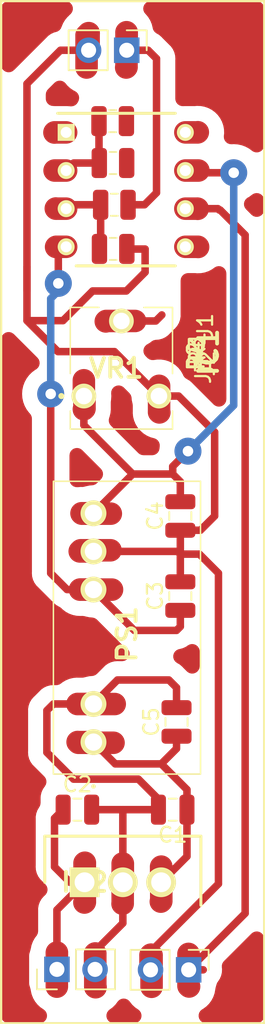
<source format=kicad_pcb>
(kicad_pcb (version 20221018) (generator pcbnew)
  (layers (0 "F.Cu" signal) (31 "B.Cu" signal) (34 "B.Paste" user) (35 "F.Paste" user) (36 "B.SilkS" user "B.Silkscreen") (37 "F.SilkS" user "F.Silkscreen") (38 "B.Mask" user) (39 "F.Mask" user) (44 "Edge.Cuts" user))
  (net 0 "")
  (net 1 "unconnected-(IC1-OFFSET_N2-Pad8)")
  (net 2 "unconnected-(IC1-NC-Pad5)")
  (net 3 "unconnected-(IC1-OFF_SET_N1-Pad1)")
  (net 4 "Net-(IC1-IN+)")
  (net 5 "Net-(IC1-IN-)")
  (net 6 "V1")
  (net 7 "Gnd")
  (net 8 "V2")
  (net 9 "OUTPUT")
  (net 10 "Net-(IC2-OUTPUT)")
  (net 11 "Net-(IC2-GROUND)")
  (net 12 "Net-(IC2-INPUT)")
  (net 13 "Net-(IC1-VCC-)")
  (net 14 "Net-(IC1-VCC+)")
  (footprint "Capacitor_SMD:C_0805_2012Metric" (layer "F.Cu") (at 123.952 141.224 90)
    (fp_text reference "C5" (at 0 -1.68 90) (layer "F.SilkS"))
    (fp_text value "C")
    (fp_line (start -0.261252 -0.735) (end 0.261252 -0.735) (stroke (width 0.12)) (layer "F.SilkS"))
    (fp_line (start -0.261252 0.735) (end 0.261252 0.735) (stroke (width 0.12)) (layer "F.SilkS"))
    (pad "1" smd roundrect (at -0.95 0 90) (size 1 2) (layers "F.Cu" "F.Paste" "F.Mask") (net 10 "Net-(IC2-OUTPUT)"))
    (pad "2" smd roundrect (at 0.95 0 90) (size 1 2) (layers "F.Cu" "F.Paste" "F.Mask") (net 11 "Net-(IC2-GROUND)"))
  )
  (footprint "Resistor_SMD:R_0805_2012Metric" (layer "F.Cu") (at 119.81 106.78 180)
    (fp_text reference "R2" (at -5.38 -10.08 90) (layer "F.SilkS"))
    (fp_text value "R")
    (fp_line (start -0.227064 -0.735) (end 0.227064 -0.735) (stroke (width 0.12)) (layer "F.SilkS"))
    (fp_line (start -0.227064 0.735) (end 0.227064 0.735) (stroke (width 0.12)) (layer "F.SilkS"))
    (pad "1" smd roundrect (at -0.9125 0 180) (size 1.025 2) (layers "F.Cu" "F.Paste" "F.Mask") (roundrect_rratio 0.243902) (net 6 "V1"))
    (pad "2" smd roundrect (at 0.9125 0 180) (size 1.025 2) (layers "F.Cu" "F.Paste" "F.Mask") (roundrect_rratio 0.243902) (net 4 "Net-(IC1-IN+)"))
  )
  (footprint "Resistor_SMD:R_0805_2012Metric" (layer "F.Cu") (at 119.72 104 180)
    (fp_text reference "R3" (at -5.6 -12.51 90) (layer "F.SilkS"))
    (fp_text value "R")
    (fp_line (start -0.227064 -0.735) (end 0.227064 -0.735) (stroke (width 0.12)) (layer "F.SilkS"))
    (fp_line (start -0.227064 0.735) (end 0.227064 0.735) (stroke (width 0.12)) (layer "F.SilkS"))
    (pad "1" smd roundrect (at -0.9125 0 180) (size 1.025 2) (layers "F.Cu" "F.Paste" "F.Mask") (roundrect_rratio 0.243902) (net 9 "OUTPUT"))
    (pad "2" smd roundrect (at 0.9125 0 180) (size 1.025 2) (layers "F.Cu" "F.Paste" "F.Mask") (roundrect_rratio 0.243902) (net 5 "Net-(IC1-IN-)"))
  )
  (footprint "Resistor_SMD:R_0805_2012Metric" (layer "F.Cu") (at 119.73 109.72)
    (fp_text reference "R4" (at 5.57 7.09 90) (layer "F.SilkS"))
    (fp_text value "R")
    (fp_line (start -0.227064 -0.735) (end 0.227064 -0.735) (stroke (width 0.12)) (layer "F.SilkS"))
    (fp_line (start -0.227064 0.735) (end 0.227064 0.735) (stroke (width 0.12)) (layer "F.SilkS"))
    (pad "1" smd roundrect (at -0.9125 0) (size 1.025 2) (layers "F.Cu" "F.Paste" "F.Mask") (roundrect_rratio 0.243902) (net 4 "Net-(IC1-IN+)"))
    (pad "2" smd roundrect (at 0.9125 0) (size 1.025 2) (layers "F.Cu" "F.Paste" "F.Mask") (roundrect_rratio 0.243902) (net 7 "Gnd"))
  )
  (footprint "SamacSys_Parts:MGJ2D151505SC" (layer "F.Cu") (at 118.42 142.567 90)
    (fp_text reference "PS1" (at 7.185 2.23 90) (layer "F.SilkS") (effects (font (size 1.27 1.27) (thickness 0.254))))
    (fp_text value "MGJ2D151505SC" hide)
    (fp_line (start -3 0) (end -3 0) (stroke (width 0.2)) (layer "F.SilkS"))
    (fp_line (start -3 0) (end -3 0) (stroke (width 0.2)) (layer "F.SilkS"))
    (fp_line (start -2.9 0) (end -2.9 0) (stroke (width 0.2)) (layer "F.SilkS"))
    (fp_line (start -2.13 -2.67) (end 17.37 -2.67) (stroke (width 0.1)) (layer "F.SilkS"))
    (fp_line (start -2.13 7.13) (end -2.13 -2.67) (stroke (width 0.1)) (layer "F.SilkS"))
    (fp_line (start 17.37 -2.67) (end 17.37 7.13) (stroke (width 0.1)) (layer "F.SilkS"))
    (fp_line (start 17.37 7.13) (end -2.13 7.13) (stroke (width 0.1)) (layer "F.SilkS"))
    (fp_arc (start -3 0) (mid -2.95 -0.05) (end -2.9 0) (stroke (width 0.2)) (layer "F.SilkS"))
    (fp_arc (start -2.9 0) (mid -2.95 0.05) (end -3 0) (stroke (width 0.2)) (layer "F.SilkS"))
    (fp_arc (start -2.9 0) (mid -2.95 0.05) (end -3 0) (stroke (width 0.2)) (layer "F.SilkS"))
    (pad "1" thru_hole circle (at 0 0 180) (size 1.725 1.725) (drill 1.15) (layers "*.Cu" "*.Mask" "F.SilkS") (net 10 "Net-(IC2-OUTPUT)"))
    (pad "2" thru_hole circle (at 2.54 0 180) (size 1.725 1.725) (drill 1.15) (layers "*.Cu" "*.Mask" "F.SilkS") (net 11 "Net-(IC2-GROUND)"))
    (pad "5" thru_hole circle (at 10.16 0 180) (size 1.725 1.725) (drill 1.15) (layers "*.Cu" "*.Mask" "F.SilkS") (net 13 "Net-(IC1-VCC-)"))
    (pad "6" thru_hole circle (at 12.7 0 180) (size 1.725 1.725) (drill 1.15) (layers "*.Cu" "*.Mask" "F.SilkS") (net 7 "Gnd"))
    (pad "7" thru_hole circle (at 15.24 0 180) (size 1.725 1.725) (drill 1.15) (layers "*.Cu" "*.Mask" "F.SilkS") (net 14 "Net-(IC1-VCC+)"))
  )
  (footprint "SamacSys_Parts:TO255P460X1020X2008-3P" (layer "F.Cu") (at 117.826 151.902)
    (fp_text reference "IC2" (at 0 0) (layer "F.SilkS") (effects (font (size 1.27 1.27) (thickness 0.254))))
    (fp_text value "L7805CV" hide)
    (fp_line (start -2.65 -3.07) (end -2.65 0) (stroke (width 0.2)) (layer "F.SilkS"))
    (fp_line (start 7.75 -3.07) (end -2.65 -3.07) (stroke (width 0.2)) (layer "F.SilkS"))
    (fp_line (start 7.75 1.53) (end 7.75 -3.07) (stroke (width 0.2)) (layer "F.SilkS"))
    (pad "1" thru_hole rect (at 0 0 90) (size 1.98 1.98) (drill 1.32) (layers "*.Cu" "*.Mask" "F.SilkS") (net 12 "Net-(IC2-INPUT)"))
    (pad "2" thru_hole circle (at 2.55 0 90) (size 1.98 1.98) (drill 1.32) (layers "*.Cu" "*.Mask" "F.SilkS") (net 11 "Net-(IC2-GROUND)"))
    (pad "3" thru_hole circle (at 5.1 0 90) (size 1.98 1.98) (drill 1.32) (layers "*.Cu" "*.Mask" "F.SilkS") (net 10 "Net-(IC2-OUTPUT)"))
  )
  (footprint "Capacitor_SMD:C_0805_2012Metric" (layer "F.Cu") (at 124.206 132.842 90)
    (fp_text reference "C3" (at 0 -1.68 90) (layer "F.SilkS"))
    (fp_text value "C")
    (fp_line (start -0.261252 -0.735) (end 0.261252 -0.735) (stroke (width 0.12)) (layer "F.SilkS"))
    (fp_line (start -0.261252 0.735) (end 0.261252 0.735) (stroke (width 0.12)) (layer "F.SilkS"))
    (pad "1" smd roundrect (at -0.95 0 90) (size 1 2) (layers "F.Cu" "F.Paste" "F.Mask") (net 13 "Net-(IC1-VCC-)"))
    (pad "2" smd roundrect (at 0.95 0 90) (size 1 2) (layers "F.Cu" "F.Paste" "F.Mask") (net 7 "Gnd"))
  )
  (footprint "SamacSys_Parts:DIP794W53P254L959H508Q8N" (layer "F.Cu") (at 120.57 105.77)
    (fp_text reference "IC1" (at 5.51 10.83 90) (layer "F.SilkS") (effects (font (size 1.27 1.27) (thickness 0.254))))
    (fp_text value "OP07CP" hide)
    (fp_line (start -4.535 -5.08) (end 3.3 -5.08) (stroke (width 0.2)) (layer "F.SilkS"))
    (fp_line (start -3.3 5.08) (end 3.3 5.08) (stroke (width 0.2)) (layer "F.SilkS"))
    (pad "1" thru_hole rect (at -3.97 -3.81 90) (size 1.13 1.13) (drill 0.73) (layers "*.Cu" "*.Mask" "F.SilkS") (net 3 "unconnected-(IC1-OFF_SET_N1-Pad1)"))
    (pad "2" thru_hole circle (at -3.97 -1.27 90) (size 1.13 1.13) (drill 0.73) (layers "*.Cu" "*.Mask" "F.SilkS") (net 5 "Net-(IC1-IN-)"))
    (pad "3" thru_hole circle (at -3.97 1.27 90) (size 1.13 1.13) (drill 0.73) (layers "*.Cu" "*.Mask" "F.SilkS") (net 4 "Net-(IC1-IN+)"))
    (pad "4" thru_hole circle (at -3.97 3.81 90) (size 1.13 1.13) (drill 0.73) (layers "*.Cu" "*.Mask" "F.SilkS") (net 13 "Net-(IC1-VCC-)"))
    (pad "5" thru_hole circle (at 3.97 3.81 90) (size 1.13 1.13) (drill 0.73) (layers "*.Cu" "*.Mask" "F.SilkS") (net 2 "unconnected-(IC1-NC-Pad5)"))
    (pad "6" thru_hole circle (at 3.97 1.27 90) (size 1.13 1.13) (drill 0.73) (layers "*.Cu" "*.Mask" "F.SilkS") (net 9 "OUTPUT"))
    (pad "7" thru_hole circle (at 3.97 -1.27 90) (size 1.13 1.13) (drill 0.73) (layers "*.Cu" "*.Mask" "F.SilkS") (net 14 "Net-(IC1-VCC+)"))
    (pad "8" thru_hole circle (at 3.97 -3.81 90) (size 1.13 1.13) (drill 0.73) (layers "*.Cu" "*.Mask" "F.SilkS") (net 1 "unconnected-(IC1-OFFSET_N2-Pad8)"))
  )
  (footprint "Resistor_SMD:R_0805_2012Metric" (layer "F.Cu") (at 119.7 101.21 180)
    (fp_text reference "R1" (at -5.66 -15 90) (layer "F.SilkS"))
    (fp_text value "R")
    (fp_line (start -0.227064 -0.735) (end 0.227064 -0.735) (stroke (width 0.12)) (layer "F.SilkS"))
    (fp_line (start -0.227064 0.735) (end 0.227064 0.735) (stroke (width 0.12)) (layer "F.SilkS"))
    (pad "1" smd roundrect (at -0.9125 0 180) (size 1.025 2) (layers "F.Cu" "F.Paste" "F.Mask") (roundrect_rratio 0.243902) (net 8 "V2"))
    (pad "2" smd roundrect (at 0.9125 0 180) (size 1.025 2) (layers "F.Cu" "F.Paste" "F.Mask") (roundrect_rratio 0.243902) (net 5 "Net-(IC1-IN-)"))
  )
  (footprint "Capacitor_SMD:C_0805_2012Metric" (layer "F.Cu") (at 123.698 147.066 180)
    (fp_text reference "C1" (at 0 -1.68) (layer "F.SilkS"))
    (fp_text value "C")
    (fp_line (start -0.261252 -0.735) (end 0.261252 -0.735) (stroke (width 0.12)) (layer "F.SilkS"))
    (fp_line (start -0.261252 0.735) (end 0.261252 0.735) (stroke (width 0.12)) (layer "F.SilkS"))
    (pad "1" smd roundrect (at -0.95 0 180) (size 1 2) (layers "F.Cu" "F.Paste" "F.Mask") (net 10 "Net-(IC2-OUTPUT)"))
    (pad "2" smd roundrect (at 0.95 0 180) (size 1 2) (layers "F.Cu" "F.Paste" "F.Mask") (net 11 "Net-(IC2-GROUND)"))
  )
  (footprint "Capacitor_SMD:C_0805_2012Metric" (layer "F.Cu") (at 117.348 147.066)
    (fp_text reference "C2" (at 0 -1.68) (layer "F.SilkS"))
    (fp_text value "C")
    (fp_line (start -0.261252 -0.735) (end 0.261252 -0.735) (stroke (width 0.12)) (layer "F.SilkS"))
    (fp_line (start -0.261252 0.735) (end 0.261252 0.735) (stroke (width 0.12)) (layer "F.SilkS"))
    (pad "1" smd roundrect (at -0.95 0) (size 1 2) (layers "F.Cu" "F.Paste" "F.Mask") (net 12 "Net-(IC2-INPUT)"))
    (pad "2" smd roundrect (at 0.95 0) (size 1 2) (layers "F.Cu" "F.Paste" "F.Mask") (net 11 "Net-(IC2-GROUND)"))
  )
  (footprint "Connector_PinHeader_2.54mm:PinHeader_1x02_P2.54mm_Vertical" (layer "F.Cu") (at 124.76 157.734 -90)
    (fp_text reference "J3" (at -39.878 -0.97 -90) (layer "F.SilkS"))
    (fp_text value "output")
    (fp_line (start -1.33 -1.33) (end 0 -1.33) (stroke (width 0.12)) (layer "F.SilkS"))
    (fp_line (start -1.33 0) (end -1.33 -1.33) (stroke (width 0.12)) (layer "F.SilkS"))
    (fp_line (start -1.33 1.27) (end -1.33 3.87) (stroke (width 0.12)) (layer "F.SilkS"))
    (fp_line (start -1.33 1.27) (end 1.33 1.27) (stroke (width 0.12)) (layer "F.SilkS"))
    (fp_line (start -1.33 3.87) (end 1.33 3.87) (stroke (width 0.12)) (layer "F.SilkS"))
    (fp_line (start 1.33 1.27) (end 1.33 3.87) (stroke (width 0.12)) (layer "F.SilkS"))
    (pad "1" thru_hole rect (at 0 0 270) (size 1.7 1.7) (drill 1) (layers "*.Cu" "*.Mask") (net 9 "OUTPUT"))
    (pad "2" thru_hole oval (at 0 2.54 270) (size 1.7 1.7) (drill 1) (layers "*.Cu" "*.Mask") (net 7 "Gnd"))
  )
  (footprint "Connector_PinHeader_2.54mm:PinHeader_1x02_P2.54mm_Vertical" (layer "F.Cu") (at 115.985 157.704 90)
    (fp_text reference "J2" (at 40.356 9.999 90) (layer "F.SilkS"))
    (fp_text value "input v2")
    (fp_line (start -1.33 -1.33) (end 0 -1.33) (stroke (width 0.12)) (layer "F.SilkS"))
    (fp_line (start -1.33 0) (end -1.33 -1.33) (stroke (width 0.12)) (layer "F.SilkS"))
    (fp_line (start -1.33 1.27) (end -1.33 3.87) (stroke (width 0.12)) (layer "F.SilkS"))
    (fp_line (start -1.33 1.27) (end 1.33 1.27) (stroke (width 0.12)) (layer "F.SilkS"))
    (fp_line (start -1.33 3.87) (end 1.33 3.87) (stroke (width 0.12)) (layer "F.SilkS"))
    (fp_line (start 1.33 1.27) (end 1.33 3.87) (stroke (width 0.12)) (layer "F.SilkS"))
    (pad "1" thru_hole rect (at 0 0 90) (size 1.7 1.7) (drill 1) (layers "*.Cu" "*.Mask") (net 12 "Net-(IC2-INPUT)"))
    (pad "2" thru_hole oval (at 0 2.54 90) (size 1.7 1.7) (drill 1) (layers "*.Cu" "*.Mask") (net 11 "Net-(IC2-GROUND)"))
  )
  (footprint "Capacitor_SMD:C_0805_2012Metric" (layer "F.Cu") (at 124.206 127.508 90)
    (fp_text reference "C4" (at 0 -1.68 90) (layer "F.SilkS"))
    (fp_text value "C")
    (fp_line (start -0.261252 -0.735) (end 0.261252 -0.735) (stroke (width 0.12)) (layer "F.SilkS"))
    (fp_line (start -0.261252 0.735) (end 0.261252 0.735) (stroke (width 0.12)) (layer "F.SilkS"))
    (pad "1" smd roundrect (at -0.95 0 90) (size 1 2) (layers "F.Cu" "F.Paste" "F.Mask") (net 7 "Gnd"))
    (pad "2" smd roundrect (at 0.95 0 90) (size 1 2) (layers "F.Cu" "F.Paste" "F.Mask") (net 14 "Net-(IC1-VCC+)"))
  )
  (footprint "SamacSys_Parts:3306P1105" (layer "F.Cu") (at 117.78 119.52)
    (fp_text reference "VR1" (at 2.153 -1.853) (layer "F.SilkS") (effects (font (size 1.27 1.27) (thickness 0.254))))
    (fp_text value "3306P-1-105" hide)
    (fp_line (start -1.5 -0.1) (end -1.5 -0.1) (stroke (width 0.2)) (layer "F.SilkS"))
    (fp_line (start -1.5 0.1) (end -1.5 0.1) (stroke (width 0.2)) (layer "F.SilkS"))
    (fp_line (start -0.905 -5.905) (end 1 -5.905) (stroke (width 0.1)) (layer "F.SilkS"))
    (fp_line (start -0.905 -1.5) (end -0.905 -5.905) (stroke (width 0.1)) (layer "F.SilkS"))
    (fp_line (start -0.905 1) (end -0.905 2.2) (stroke (width 0.1)) (layer "F.SilkS"))
    (fp_line (start -0.905 2.2) (end 5.905 2.2) (stroke (width 0.1)) (layer "F.SilkS"))
    (fp_line (start 5.905 -5.9) (end 4 -5.9) (stroke (width 0.1)) (layer "F.SilkS"))
    (fp_line (start 5.905 -1.5) (end 5.905 -5.9) (stroke (width 0.1)) (layer "F.SilkS"))
    (fp_line (start 5.905 2.2) (end 5.905 1) (stroke (width 0.1)) (layer "F.SilkS"))
    (fp_arc (start -1.5 -0.1) (mid -1.4 0) (end -1.5 0.1) (stroke (width 0.2)) (layer "F.SilkS"))
    (fp_arc (start -1.5 0.1) (mid -1.6 0) (end -1.5 -0.1) (stroke (width 0.2)) (layer "F.SilkS"))
    (pad "1" thru_hole circle (at 0 0 90) (size 1.65 1.65) (drill 1.1) (layers "*.Cu" "*.Mask" "F.SilkS") (net 14 "Net-(IC1-VCC+)"))
    (pad "2" thru_hole circle (at 2.5 -5 90) (size 1.65 1.65) (drill 1.1) (layers "*.Cu" "*.Mask" "F.SilkS") (net 8 "V2"))
    (pad "3" thru_hole circle (at 5 0 90) (size 1.65 1.65) (drill 1.1) (layers "*.Cu" "*.Mask" "F.SilkS") (net 7 "Gnd"))
  )
  (footprint "Connector_PinHeader_2.54mm:PinHeader_1x02_P2.54mm_Vertical" (layer "F.Cu") (at 120.635 96.49 -90)
    (fp_text reference "J1" (at 18.37 -5.23 -90) (layer "F.SilkS"))
    (fp_text value "input v1")
    (fp_line (start -1.33 -1.33) (end 0 -1.33) (stroke (width 0.12)) (layer "F.SilkS"))
    (fp_line (start -1.33 0) (end -1.33 -1.33) (stroke (width 0.12)) (layer "F.SilkS"))
    (fp_line (start -1.33 1.27) (end -1.33 3.87) (stroke (width 0.12)) (layer "F.SilkS"))
    (fp_line (start -1.33 1.27) (end 1.33 1.27) (stroke (width 0.12)) (layer "F.SilkS"))
    (fp_line (start -1.33 3.87) (end 1.33 3.87) (stroke (width 0.12)) (layer "F.SilkS"))
    (fp_line (start 1.33 1.27) (end 1.33 3.87) (stroke (width 0.12)) (layer "F.SilkS"))
    (pad "1" thru_hole rect (at 0 0 270) (size 1.7 1.7) (drill 1) (layers "*.Cu" "*.Mask") (net 6 "V1"))
    (pad "2" thru_hole oval (at 0 2.54 270) (size 1.7 1.7) (drill 1) (layers "*.Cu" "*.Mask") (net 7 "Gnd"))
  )
  (gr_rect (start 112.268 93.218) (end 129.794 161.29) (stroke (width 0.15)) (fill none) (layer "F.SilkS"))
  (segment (start 125.36 101.96) (end 125.37 101.95) (width 1.5) (layer "F.Cu") (net 1))
  (segment (start 124.54 101.96) (end 125.36 101.96) (width 1.5) (layer "F.Cu") (net 1))
  (segment (start 125.38 109.58) (end 125.39 109.59) (width 1.5) (layer "F.Cu") (net 2))
  (segment (start 124.54 109.58) (end 125.38 109.58) (width 1.5) (layer "F.Cu") (net 2))
  (segment (start 115.83 101.96) (end 115.82 101.97) (width 1.5) (layer "F.Cu") (net 3))
  (segment (start 116.6 101.96) (end 115.83 101.96) (width 1.5) (layer "F.Cu") (net 3))
  (segment (start 118.8975 106.78) (end 118.7975 106.88) (width 0.25) (layer "F.Cu") (net 4))
  (segment (start 116.86 106.78) (end 116.6 107.04) (width 0.5) (layer "F.Cu") (net 4))
  (segment (start 118.8975 109.64) (end 118.8175 109.72) (width 0.5) (layer "F.Cu") (net 4))
  (segment (start 115.92 107.04) (end 115.91 107.03) (width 1.5) (layer "F.Cu") (net 4))
  (segment (start 118.8175 106.86) (end 118.8975 106.78) (width 0.25) (layer "F.Cu") (net 4))
  (segment (start 118.8975 106.78) (end 116.86 106.78) (width 0.5) (layer "F.Cu") (net 4))
  (segment (start 116.6 107.04) (end 115.92 107.04) (width 1.5) (layer "F.Cu") (net 4))
  (segment (start 118.8975 106.78) (end 118.8975 109.64) (width 0.5) (layer "F.Cu") (net 4))
  (segment (start 118.8075 104) (end 117.1 104) (width 0.5) (layer "F.Cu") (net 5))
  (segment (start 117.1 104) (end 116.6 104.5) (width 0.5) (layer "F.Cu") (net 5))
  (segment (start 118.8075 104) (end 118.4675 104.34) (width 0.25) (layer "F.Cu") (net 5))
  (segment (start 118.7875 101.21) (end 118.7875 103.98) (width 0.5) (layer "F.Cu") (net 5))
  (segment (start 116.6 104.5) (end 115.83 104.5) (width 1.5) (layer "F.Cu") (net 5))
  (segment (start 118.7875 103.98) (end 118.8075 104) (width 0.5) (layer "F.Cu") (net 5))
  (segment (start 118.7875 101.21) (end 118.8075 101.23) (width 0.25) (layer "F.Cu") (net 5))
  (segment (start 120.635 95.305) (end 120.62 95.29) (width 1.5) (layer "F.Cu") (net 6))
  (segment (start 121.82 106.78) (end 120.7225 106.78) (width 0.5) (layer "F.Cu") (net 6))
  (segment (start 120.635 96.49) (end 120.635 95.305) (width 1.5) (layer "F.Cu") (net 6))
  (segment (start 120.62 97.62) (end 120.6 97.64) (width 1.5) (layer "F.Cu") (net 6))
  (segment (start 120.8825 106.94) (end 120.7225 106.78) (width 0.5) (layer "F.Cu") (net 6))
  (segment (start 122.62 97.05) (end 122.62 105.98) (width 0.5) (layer "F.Cu") (net 6))
  (segment (start 120.635 96.49) (end 122.06 96.49) (width 0.5) (layer "F.Cu") (net 6))
  (segment (start 122.06 96.49) (end 122.62 97.05) (width 0.5) (layer "F.Cu") (net 6))
  (segment (start 120.62 95.29) (end 120.62 97.62) (width 1.5) (layer "F.Cu") (net 6))
  (segment (start 122.62 105.98) (end 121.82 106.78) (width 0.5) (layer "F.Cu") (net 6))
  (segment (start 116.388 114.498) (end 118.364 112.522) (width 0.5) (layer "F.Cu") (net 7))
  (segment (start 121.86 111.27) (end 121.86 109.73) (width 0.5) (layer "F.Cu") (net 7))
  (segment (start 119.82 116.56) (end 116.052 116.56) (width 0.5) (layer "F.Cu") (net 7))
  (segment (start 116.052 116.56) (end 113.99 114.498) (width 0.5) (layer "F.Cu") (net 7))
  (segment (start 117.96 95.49) (end 117.96 97.64) (width 1.5) (layer "F.Cu") (net 7))
  (segment (start 118.42 129.867) (end 117.51 129.867) (width 1.5) (layer "F.Cu") (net 7))
  (segment (start 126.746 131.318) (end 126.746 152.005919) (width 0.5) (layer "F.Cu") (net 7))
  (segment (start 113.99 110.91) (end 113.99 98.72) (width 0.5) (layer "F.Cu") (net 7))
  (segment (start 120.6525 109.73) (end 120.6425 109.72) (width 0.5) (layer "F.Cu") (net 7))
  (segment (start 124.092 119.52) (end 122.78 119.52) (width 0.5) (layer "F.Cu") (net 7))
  (segment (start 117.575 129.792) (end 119.555 129.792) (width 1.5) (layer "F.Cu") (net 7))
  (segment (start 124.206 130.048) (end 125.476 130.048) (width 0.5) (layer "F.Cu") (net 7))
  (segment (start 122.22 156.754) (end 122.25 156.724) (width 1.5) (layer "F.Cu") (net 7))
  (segment (start 120.6425 109.897449) (end 120.63 109.909949) (width 0.5) (layer "F.Cu") (net 7))
  (segment (start 126.492 121.92) (end 124.092 119.52) (width 0.5) (layer "F.Cu") (net 7))
  (segment (start 122.22 157.734) (end 122.22 156.754) (width 1.5) (layer "F.Cu") (net 7))
  (segment (start 125.542 128.458) (end 126.492 127.508) (width 0.5) (layer "F.Cu") (net 7))
  (segment (start 124.206 130.048) (end 124.025 129.867) (width 0.5) (layer "F.Cu") (net 7))
  (segment (start 124.206 128.458) (end 125.542 128.458) (width 0.5) (layer "F.Cu") (net 7))
  (segment (start 122.78 119.52) (end 122.79 119.51) (width 1.5) (layer "F.Cu") (net 7))
  (segment (start 122.22 156.531919) (end 124.319919 154.432) (width 0.5) (layer "F.Cu") (net 7))
  (segment (start 122.79 120.59) (end 122.81 120.61) (width 1.5) (layer "F.Cu") (net 7))
  (segment (start 126.492 127.508) (end 126.492 121.92) (width 0.5) (layer "F.Cu") (net 7))
  (segment (start 113.99 110.91) (end 113.99 112.522) (width 0.5) (layer "F.Cu") (net 7))
  (segment (start 118.095 95.355) (end 118.1 95.35) (width 1.5) (layer "F.Cu") (net 7))
  (segment (start 118.095 96.49) (end 118.095 95.355) (width 1.5) (layer "F.Cu") (net 7))
  (segment (start 124.025 129.867) (end 118.42 129.867) (width 0.5) (layer "F.Cu") (net 7))
  (segment (start 121.86 109.73) (end 120.6525 109.73) (width 0.5) (layer "F.Cu") (net 7))
  (segment (start 117.505 129.862) (end 117.575 129.792) (width 1.5) (layer "F.Cu") (net 7))
  (segment (start 122.78 119.52) (end 119.82 116.56) (width 0.5) (layer "F.Cu") (net 7))
  (segment (start 126.746 152.005919) (end 124.319919 154.432) (width 0.5) (layer "F.Cu") (net 7))
  (segment (start 120.608 112.522) (end 121.86 111.27) (width 0.5) (layer "F.Cu") (net 7))
  (segment (start 113.99 98.72) (end 116.22 96.49) (width 0.5) (layer "F.Cu") (net 7))
  (segment (start 122.22 157.734) (end 122.22 156.531919) (width 0.5) (layer "F.Cu") (net 7))
  (segment (start 122.79 119.51) (end 122.79 118.84) (width 1.5) (layer "F.Cu") (net 7))
  (segment (start 113.99 114.498) (end 113.99 110.91) (width 0.5) (layer "F.Cu") (net 7))
  (segment (start 116.22 96.49) (end 118.095 96.49) (width 0.5) (layer "F.Cu") (net 7))
  (segment (start 117.51 129.867) (end 117.505 129.862) (width 1.5) (layer "F.Cu") (net 7))
  (segment (start 120.6425 109.72) (end 120.6425 109.897449) (width 0.5) (layer "F.Cu") (net 7))
  (segment (start 124.206 130.048) (end 124.206 128.458) (width 0.5) (layer "F.Cu") (net 7))
  (segment (start 118.364 112.522) (end 120.608 112.522) (width 0.5) (layer "F.Cu") (net 7))
  (segment (start 120.6 109.939949) (end 120.6425 109.897449) (width 0.5) (layer "F.Cu") (net 7))
  (segment (start 122.29 156.764) (end 122.29 158.864) (width 1.5) (layer "F.Cu") (net 7))
  (segment (start 118.1 95.35) (end 117.96 95.49) (width 1.5) (layer "F.Cu") (net 7))
  (segment (start 122.25 156.724) (end 122.29 156.764) (width 1.5) (layer "F.Cu") (net 7))
  (segment (start 125.476 130.048) (end 126.746 131.318) (width 0.5) (layer "F.Cu") (net 7))
  (segment (start 124.206 131.892) (end 124.206 130.048) (width 0.5) (layer "F.Cu") (net 7))
  (segment (start 122.19 157.704) (end 122.22 157.734) (width 0.5) (layer "F.Cu") (net 7))
  (segment (start 122.79 118.84) (end 122.79 120.59) (width 1.5) (layer "F.Cu") (net 7))
  (segment (start 113.99 114.498) (end 116.388 114.498) (width 0.5) (layer "F.Cu") (net 7))
  (segment (start 122.9725 114.1175) (end 122.57 114.52) (width 0.5) (layer "F.Cu") (net 8))
  (segment (start 120.28 114.52) (end 119.27 114.52) (width 1.5) (layer "F.Cu") (net 8))
  (segment (start 120.28 114.52) (end 121.19 114.52) (width 1.5) (layer "F.Cu") (net 8))
  (segment (start 119.27 114.52) (end 119.24 114.55) (width 1.5) (layer "F.Cu") (net 8))
  (segment (start 122.57 114.52) (end 121.19 114.52) (width 0.5) (layer "F.Cu") (net 8))
  (segment (start 124.76 157.734) (end 124.76 156.684) (width 1.5) (layer "F.Cu") (net 9))
  (segment (start 124.75 158.804) (end 124.79 158.844) (width 1.5) (layer "F.Cu") (net 9))
  (segment (start 124.76 156.684) (end 124.75 156.674) (width 1.5) (layer "F.Cu") (net 9))
  (segment (start 128.524 108.794) (end 128.524 153.97) (width 0.5) (layer "F.Cu") (net 9))
  (segment (start 124.75 156.674) (end 124.75 158.804) (width 1.5) (layer "F.Cu") (net 9))
  (segment (start 125.73 157.734) (end 124.76 157.734) (width 0.5) (layer "F.Cu") (net 9))
  (segment (start 124.54 107.04) (end 125.35 107.04) (width 1.5) (layer "F.Cu") (net 9))
  (segment (start 124.54 107.04) (end 126.71 107.04) (width 0.5) (layer "F.Cu") (net 9))
  (segment (start 128.524 153.97) (end 124.76 157.734) (width 0.5) (layer "F.Cu") (net 9))
  (segment (start 126.86 107.13) (end 128.524 108.794) (width 0.5) (layer "F.Cu") (net 9))
  (segment (start 126.71 107.04) (end 126.8 107.13) (width 0.5) (layer "F.Cu") (net 9))
  (segment (start 125.35 107.04) (end 125.36 107.05) (width 1.5) (layer "F.Cu") (net 9))
  (segment (start 126.8 107.13) (end 126.86 107.13) (width 0.5) (layer "F.Cu") (net 9))
  (segment (start 122.926 150.872) (end 122.936 150.862) (width 1.5) (layer "F.Cu") (net 10))
  (segment (start 122.926 151.902) (end 122.926 150.872) (width 1.5) (layer "F.Cu") (net 10))
  (segment (start 122.936 153.162) (end 122.906 153.192) (width 1.5) (layer "F.Cu") (net 10))
  (segment (start 117.365 142.562) (end 117.415 142.612) (width 1.5) (layer "F.Cu") (net 10))
  (segment (start 122.936 150.862) (end 122.936 153.162) (width 1.5) (layer "F.Cu") (net 10))
  (segment (start 124.648 150.18) (end 124.648 147.066) (width 0.5) (layer "F.Cu") (net 10))
  (segment (start 122.926 151.902) (end 124.648 150.18) (width 0.5) (layer "F.Cu") (net 10))
  (segment (start 124.648 147.066) (end 124.648 145.73) (width 0.5) (layer "F.Cu") (net 10))
  (segment (start 123.952 142.174) (end 123.952 143.002) (width 0.5) (layer "F.Cu") (net 10))
  (segment (start 119.871 144.018) (end 118.42 142.567) (width 0.5) (layer "F.Cu") (net 10))
  (segment (start 122.936 144.018) (end 119.871 144.018) (width 0.5) (layer "F.Cu") (net 10))
  (segment (start 117.37 142.567) (end 117.365 142.562) (width 1.5) (layer "F.Cu") (net 10))
  (segment (start 117.415 142.612) (end 119.755 142.612) (width 1.5) (layer "F.Cu") (net 10))
  (segment (start 123.952 143.002) (end 122.936 144.018) (width 0.5) (layer "F.Cu") (net 10))
  (segment (start 124.648 145.73) (end 122.936 144.018) (width 0.5) (layer "F.Cu") (net 10))
  (segment (start 118.42 142.567) (end 117.37 142.567) (width 1.5) (layer "F.Cu") (net 10))
  (segment (start 117.36 140.027) (end 117.355 140.032) (width 1.5) (layer "F.Cu") (net 11))
  (segment (start 120.366 153.322) (end 120.356 153.332) (width 1.5) (layer "F.Cu") (net 11))
  (segment (start 120.376 154.63) (end 120.376 151.902) (width 0.5) (layer "F.Cu") (net 11))
  (segment (start 115.316 140.462) (end 115.751 140.027) (width 0.5) (layer "F.Cu") (net 11))
  (segment (start 118.525 157.704) (end 118.525 156.659) (width 1.5) (layer "F.Cu") (net 11))
  (segment (start 118.298 147.066) (end 120.396 147.066) (width 0.5) (layer "F.Cu") (net 11))
  (segment (start 122.748 146.37) (end 121.412 145.034) (width 0.5) (layer "F.Cu") (net 11))
  (segment (start 117.355 140.032) (end 119.835 140.032) (width 1.5) (layer "F.Cu") (net 11))
  (segment (start 118.525 156.481) (end 120.376 154.63) (width 0.5) (layer "F.Cu") (net 11))
  (segment (start 123.444 138.43) (end 120.017 138.43) (width 0.5) (layer "F.Cu") (net 11))
  (segment (start 120.366 150.652) (end 120.366 153.322) (width 1.5) (layer "F.Cu") (net 11))
  (segment (start 118.54 158.874) (end 118.56 158.894) (width 1.5) (layer "F.Cu") (net 11))
  (segment (start 118.42 140.027) (end 117.36 140.027) (width 1.5) (layer "F.Cu") (net 11))
  (segment (start 120.396 147.066) (end 122.748 147.066) (width 0.5) (layer "F.Cu") (net 11))
  (segment (start 115.751 140.027) (end 118.42 140.027) (width 0.5) (layer "F.Cu") (net 11))
  (segment (start 120.017 138.43) (end 118.42 140.027) (width 0.5) (layer "F.Cu") (net 11))
  (segment (start 120.376 150.662) (end 120.366 150.652) (width 1.5) (layer "F.Cu") (net 11))
  (segment (start 121.412 145.034) (end 117.094 145.034) (width 0.5) (layer "F.Cu") (net 11))
  (segment (start 115.316 143.256) (end 115.316 140.462) (width 0.5) (layer "F.Cu") (net 11))
  (segment (start 122.748 147.066) (end 122.748 146.37) (width 0.5) (layer "F.Cu") (net 11))
  (segment (start 123.952 140.274) (end 123.952 138.938) (width 0.5) (layer "F.Cu") (net 11))
  (segment (start 120.376 151.902) (end 120.376 150.662) (width 1.5) (layer "F.Cu") (net 11))
  (segment (start 118.525 156.659) (end 118.54 156.644) (width 1.5) (layer "F.Cu") (net 11))
  (segment (start 120.376 147.086) (end 120.396 147.066) (width 0.5) (layer "F.Cu") (net 11))
  (segment (start 118.54 156.644) (end 118.54 158.874) (width 1.5) (layer "F.Cu") (net 11))
  (segment (start 123.952 138.938) (end 123.444 138.43) (width 0.5) (layer "F.Cu") (net 11))
  (segment (start 118.525 157.704) (end 118.525 156.481) (width 0.5) (layer "F.Cu") (net 11))
  (segment (start 117.094 145.034) (end 115.316 143.256) (width 0.5) (layer "F.Cu") (net 11))
  (segment (start 120.376 151.902) (end 120.376 147.086) (width 0.5) (layer "F.Cu") (net 11))
  (segment (start 115.824 147.64) (end 116.398 147.066) (width 0.5) (layer "F.Cu") (net 12))
  (segment (start 117.826 151.902) (end 117.826 150.622) (width 1.5) (layer "F.Cu") (net 12))
  (segment (start 116.85 151.902) (end 115.824 150.876) (width 0.5) (layer "F.Cu") (net 12))
  (segment (start 115.824 150.876) (end 115.824 147.64) (width 0.5) (layer "F.Cu") (net 12))
  (segment (start 115.98 156.584) (end 115.98 158.854) (width 1.5) (layer "F.Cu") (net 12))
  (segment (start 117.826 151.902) (end 116.85 151.902) (width 0.5) (layer "F.Cu") (net 12))
  (segment (start 117.826 151.902) (end 115.985 153.743) (width 0.5) (layer "F.Cu") (net 12))
  (segment (start 115.985 156.589) (end 115.98 156.584) (width 1.5) (layer "F.Cu") (net 12))
  (segment (start 117.826 150.622) (end 117.846 150.602) (width 1.5) (layer "F.Cu") (net 12))
  (segment (start 115.985 157.704) (end 115.985 156.589) (width 1.5) (layer "F.Cu") (net 12))
  (segment (start 117.846 150.602) (end 117.846 153.222) (width 1.5) (layer "F.Cu") (net 12))
  (segment (start 117.846 153.222) (end 117.816 153.252) (width 1.5) (layer "F.Cu") (net 12))
  (segment (start 115.985 153.743) (end 115.985 157.704) (width 0.5) (layer "F.Cu") (net 12))
  (segment (start 118.42 132.407) (end 117.53 132.407) (width 1.5) (layer "F.Cu") (net 13))
  (segment (start 123.952 135.128) (end 121.141 135.128) (width 0.5) (layer "F.Cu") (net 13))
  (segment (start 124.206 133.792) (end 124.206 134.874) (width 0.5) (layer "F.Cu") (net 13))
  (segment (start 121.141 135.128) (end 118.42 132.407) (width 0.5) (layer "F.Cu") (net 13))
  (segment (start 115.57 131.318) (end 115.57 119.38) (width 0.5) (layer "F.Cu") (net 13))
  (segment (start 116.078 112.014) (end 116.078 110.102) (width 0.5) (layer "F.Cu") (net 13))
  (segment (start 118.42 132.407) (end 116.659 132.407) (width 0.5) (layer "F.Cu") (net 13))
  (segment (start 115.94 109.58) (end 115.93 109.59) (width 1.5) (layer "F.Cu") (net 13))
  (segment (start 124.206 134.874) (end 123.952 135.128) (width 0.5) (layer "F.Cu") (net 13))
  (segment (start 116.6 109.58) (end 115.94 109.58) (width 1.5) (layer "F.Cu") (net 13))
  (segment (start 117.525 132.412) (end 119.655 132.412) (width 1.5) (layer "F.Cu") (net 13))
  (segment (start 116.659 132.407) (end 115.57 131.318) (width 0.5) (layer "F.Cu") (net 13))
  (segment (start 116.078 110.102) (end 116.6 109.58) (width 0.5) (layer "F.Cu") (net 13))
  (segment (start 117.53 132.407) (end 117.525 132.412) (width 1.5) (layer "F.Cu") (net 13))
  (via (at 116.078 112.014) (size 1.8) (drill 0.7) (layers "F.Cu" "B.Cu") (net 13))
  (via (at 115.57 119.38) (size 1.8) (drill 0.7) (layers "F.Cu" "B.Cu") (net 13))
  (segment (start 116.078 112.522) (end 116.078 112.014) (width 0.5) (layer "B.Cu") (net 13))
  (segment (start 115.57 119.38) (end 115.57 113.03) (width 0.5) (layer "B.Cu") (net 13))
  (segment (start 115.57 113.03) (end 116.078 112.522) (width 0.5) (layer "B.Cu") (net 13))
  (segment (start 117.78 119.52) (end 117.78 118.47) (width 1.5) (layer "F.Cu") (net 14))
  (segment (start 121.033 124.714) (end 118.42 127.327) (width 0.5) (layer "F.Cu") (net 14))
  (segment (start 124.206 126.558) (end 124.206 125.222) (width 0.5) (layer "F.Cu") (net 14))
  (segment (start 117.78 121.461) (end 117.78 119.52) (width 0.5) (layer "F.Cu") (net 14))
  (segment (start 124.206 125.222) (end 123.698 124.714) (width 0.5) (layer "F.Cu") (net 14))
  (segment (start 117.63 127.327) (end 117.625 127.332) (width 1.5) (layer "F.Cu") (net 14))
  (segment (start 124.54 104.5) (end 125.41 104.5) (width 1.5) (layer "F.Cu") (net 14))
  (segment (start 123.698 124.714) (end 123.698 124.206) (width 0.5) (layer "F.Cu") (net 14))
  (segment (start 117.82 120.36) (end 117.78 120.4) (width 1.5) (layer "F.Cu") (net 14))
  (segment (start 117.625 127.332) (end 117.645 127.352) (width 1.5) (layer "F.Cu") (net 14))
  (segment (start 121.033 124.714) (end 117.78 121.461) (width 0.5) (layer "F.Cu") (net 14))
  (segment (start 123.698 124.206) (end 124.714 123.19) (width 0.5) (layer "F.Cu") (net 14))
  (segment (start 118.42 127.327) (end 117.63 127.327) (width 1.5) (layer "F.Cu") (net 14))
  (segment (start 117.82 119.48) (end 117.82 120.36) (width 1.5) (layer "F.Cu") (net 14))
  (segment (start 117.78 119.52) (end 117.82 119.48) (width 1.5) (layer "F.Cu") (net 14))
  (segment (start 127.762 104.648) (end 124.688 104.648) (width 0.5) (layer "F.Cu") (net 14))
  (segment (start 124.688 104.648) (end 124.54 104.5) (width 0.5) (layer "F.Cu") (net 14))
  (segment (start 123.698 124.714) (end 121.033 124.714) (width 0.5) (layer "F.Cu") (net 14))
  (segment (start 117.645 127.352) (end 119.575 127.352) (width 1.5) (layer "F.Cu") (net 14))
  (via (at 124.714 123.19) (size 1.8) (drill 0.7) (layers "F.Cu" "B.Cu") (net 14))
  (via (at 127.762 104.648) (size 1.8) (drill 0.7) (layers "F.Cu" "B.Cu") (net 14))
  (segment (start 127.762 120.142) (end 127.762 104.648) (width 0.5) (layer "B.Cu") (net 14))
  (segment (start 124.714 123.19) (end 127.762 120.142) (width 0.5) (layer "B.Cu") (net 14))
  (zone (net 0) (net_name "") (layer "F.Cu") (connect_pads (clearance 1)) (min_thickness 1) (fill yes (thermal_gap 1) (thermal_bridge_width 1) (island_removal_mode 1) (island_area_min 10))
    (polygon (pts (xy 112.268 93.218) (xy 129.794 93.218) (xy 129.794 161.29) (xy 112.268 161.29)))
  )
)
</source>
